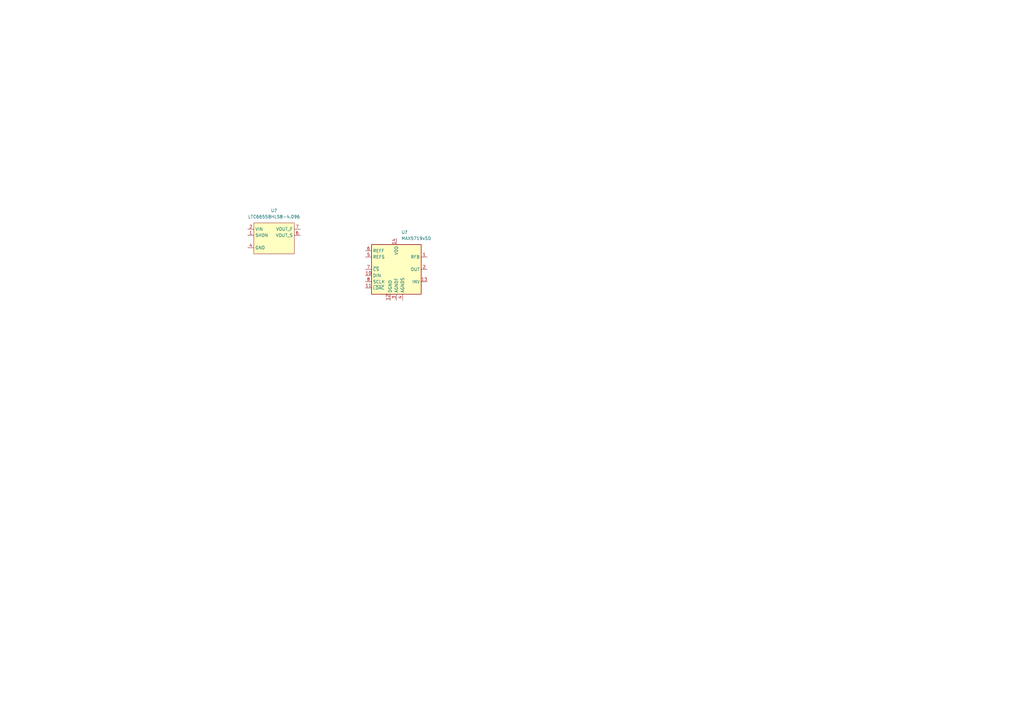
<source format=kicad_sch>
(kicad_sch (version 20211123) (generator eeschema)
  (paper "A3")
  (lib_symbols
    (symbol "Analog_DAC:MAX5719xSD"
      (property "Reference" "U" (at -10.16 11.43 0))
      (property "Value" "MAX5719xSD" (at 1.27 11.43 0))
      (symbol "MAX5719xSD_0_1"
        (rectangle (start -10.16 10.16) (end 10.16 -10.16) (stroke (width 0.254)) (fill (type background)))
      )
      (symbol "MAX5719xSD_1_1"
        (pin passive line (at 12.7 5.08 180) (length 2.54) (name "RFB") (number "1"))
        (pin input line (at -12.7 -2.54 0) (length 2.54) (name "DIN") (number "10"))
        (pin input line (at -12.7 -7.62 0) (length 2.54) (name "~{LDAC}") (number "11"))
        (pin power_in line (at -2.54 -12.7 90) (length 2.54) (name "DGND") (number "12"))
        (pin passive line (at 12.7 -5.08 180) (length 2.54) (name "INV") (number "13"))
        (pin power_in line (at 0 12.7 270) (length 2.54) (name "VDD") (number "14"))
        (pin output line (at 12.7 0 180) (length 2.54) (name "OUT") (number "2"))
        (pin power_in line (at 0 -12.7 90) (length 2.54) (name "AGNDF") (number "3"))
        (pin power_in line (at 2.54 -12.7 90) (length 2.54) (name "AGNDS") (number "4"))
        (pin input line (at -12.7 5.08 0) (length 2.54) (name "REFS") (number "5"))
        (pin input line (at -12.7 7.62 0) (length 2.54) (name "REFF") (number "6"))
        (pin input line (at -12.7 0 0) (length 2.54) (name "~{CS}") (number "7"))
        (pin input line (at -12.7 -5.08 0) (length 2.54) (name "SCLK") (number "8"))
        (pin no_connect line (at 10.16 -7.62 180) (length 2.54) hide (name "NC") (number "9"))
      )
    )
    (symbol "kirdy:LTC6655"
      (property "Reference" "U" (at 0 -10.16 0))
      (property "Value" "LTC6655" (at 0 -7.62 0))
      (symbol "LTC6655_0_0"
        (pin input line (at -10.16 2.54 0) (length 2.54) (name "SHDN") (number "1"))
        (pin power_in line (at -10.16 5.08 0) (length 2.54) (name "VIN") (number "2"))
        (pin power_in line (at -10.16 -2.54 0) (length 2.54) hide (name "GND") (number "3"))
        (pin power_in line (at -10.16 -2.54 0) (length 2.54) (name "GND") (number "4"))
        (pin power_in line (at -10.16 -2.54 0) (length 2.54) hide (name "GND") (number "5"))
        (pin input line (at 11.43 2.54 180) (length 2.54) (name "VOUT_S") (number "6"))
        (pin output line (at 11.43 5.08 180) (length 2.54) (name "VOUT_F") (number "7"))
        (pin power_in line (at -10.16 -2.54 0) (length 2.54) hide (name "GND") (number "8"))
      )
      (symbol "LTC6655_0_1"
        (rectangle (start -7.62 7.62) (end 8.89 -5.08) (fill (type background)))
      )
    )
  )
  (symbol (lib_id "Analog_DAC:MAX5719xSD") (at 162.56 110.49 0) (unit 1)
    (property "Reference" "U?" (at 164.5794 95.25 0) (effects (justify left)))
    (property "Value" "MAX5719xSD" (at 164.5794 97.79 0) (effects (justify left)))
    (property "Footprint" "Package_SO:SOIC-14_3.9x8.7mm_P1.27mm" (effects hide))
    (property "Datasheet" "https://datasheets.maximintegrated.com/en/ds/MAX5717-MAX5719.pdf" (effects hide))
  )
  (symbol (lib_id "kirdy:LTC6655") (at 111.76 99.06 0) (unit 1)
    (property "Reference" "U?" (at 112.395 86.36 0))
    (property "Value" "LTC6655BHLS8-4.096" (at 112.395 88.9 0))
    (property "Footprint" "kirdy:LCC127P500X500X155-8N" (effects hide))
    (property "Datasheet" "https://www.analog.com/media/en/technical-documentation/data-sheets/ltc6655-6655ln.pdf" (effects hide))
  )
)
</source>
